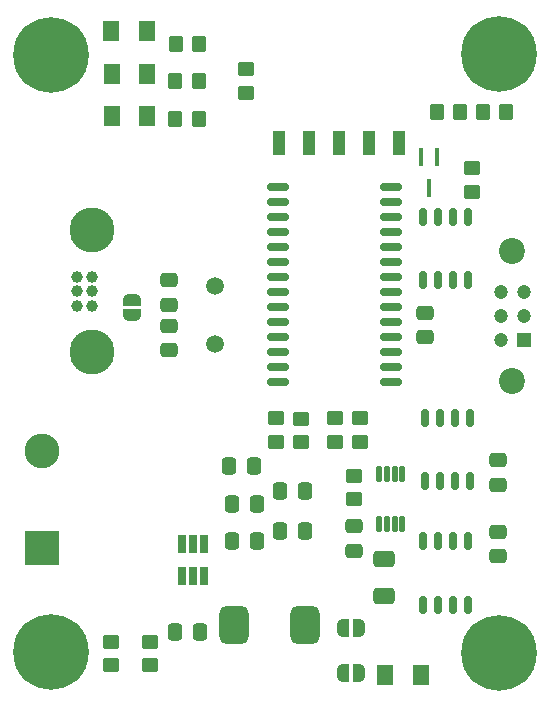
<source format=gbr>
%TF.GenerationSoftware,KiCad,Pcbnew,7.0.9*%
%TF.CreationDate,2024-03-28T00:14:33-04:00*%
%TF.ProjectId,charging_on_the_pad,63686172-6769-46e6-975f-6f6e5f746865,rev?*%
%TF.SameCoordinates,Original*%
%TF.FileFunction,Soldermask,Top*%
%TF.FilePolarity,Negative*%
%FSLAX46Y46*%
G04 Gerber Fmt 4.6, Leading zero omitted, Abs format (unit mm)*
G04 Created by KiCad (PCBNEW 7.0.9) date 2024-03-28 00:14:33*
%MOMM*%
%LPD*%
G01*
G04 APERTURE LIST*
G04 Aperture macros list*
%AMRoundRect*
0 Rectangle with rounded corners*
0 $1 Rounding radius*
0 $2 $3 $4 $5 $6 $7 $8 $9 X,Y pos of 4 corners*
0 Add a 4 corners polygon primitive as box body*
4,1,4,$2,$3,$4,$5,$6,$7,$8,$9,$2,$3,0*
0 Add four circle primitives for the rounded corners*
1,1,$1+$1,$2,$3*
1,1,$1+$1,$4,$5*
1,1,$1+$1,$6,$7*
1,1,$1+$1,$8,$9*
0 Add four rect primitives between the rounded corners*
20,1,$1+$1,$2,$3,$4,$5,0*
20,1,$1+$1,$4,$5,$6,$7,0*
20,1,$1+$1,$6,$7,$8,$9,0*
20,1,$1+$1,$8,$9,$2,$3,0*%
%AMFreePoly0*
4,1,19,0.500000,-0.750000,0.000000,-0.750000,0.000000,-0.744911,-0.071157,-0.744911,-0.207708,-0.704816,-0.327430,-0.627875,-0.420627,-0.520320,-0.479746,-0.390866,-0.500000,-0.250000,-0.500000,0.250000,-0.479746,0.390866,-0.420627,0.520320,-0.327430,0.627875,-0.207708,0.704816,-0.071157,0.744911,0.000000,0.744911,0.000000,0.750000,0.500000,0.750000,0.500000,-0.750000,0.500000,-0.750000,
$1*%
%AMFreePoly1*
4,1,19,0.000000,0.744911,0.071157,0.744911,0.207708,0.704816,0.327430,0.627875,0.420627,0.520320,0.479746,0.390866,0.500000,0.250000,0.500000,-0.250000,0.479746,-0.390866,0.420627,-0.520320,0.327430,-0.627875,0.207708,-0.704816,0.071157,-0.744911,0.000000,-0.744911,0.000000,-0.750000,-0.500000,-0.750000,-0.500000,0.750000,0.000000,0.750000,0.000000,0.744911,0.000000,0.744911,
$1*%
G04 Aperture macros list end*
%ADD10C,3.800000*%
%ADD11C,1.000000*%
%ADD12RoundRect,0.250001X0.462499X0.624999X-0.462499X0.624999X-0.462499X-0.624999X0.462499X-0.624999X0*%
%ADD13RoundRect,0.250000X-0.337500X-0.475000X0.337500X-0.475000X0.337500X0.475000X-0.337500X0.475000X0*%
%ADD14RoundRect,0.102000X1.371600X-1.371600X1.371600X1.371600X-1.371600X1.371600X-1.371600X-1.371600X0*%
%ADD15C,2.947200*%
%ADD16RoundRect,0.250000X-0.450000X0.350000X-0.450000X-0.350000X0.450000X-0.350000X0.450000X0.350000X0*%
%ADD17RoundRect,0.250000X0.337500X0.475000X-0.337500X0.475000X-0.337500X-0.475000X0.337500X-0.475000X0*%
%ADD18RoundRect,0.250000X-0.350000X-0.450000X0.350000X-0.450000X0.350000X0.450000X-0.350000X0.450000X0*%
%ADD19RoundRect,0.250000X0.450000X-0.350000X0.450000X0.350000X-0.450000X0.350000X-0.450000X-0.350000X0*%
%ADD20R,0.650000X1.560000*%
%ADD21RoundRect,0.150000X-0.150000X0.600000X-0.150000X-0.600000X0.150000X-0.600000X0.150000X0.600000X0*%
%ADD22RoundRect,0.625000X-0.625000X-1.000000X0.625000X-1.000000X0.625000X1.000000X-0.625000X1.000000X0*%
%ADD23FreePoly0,270.000000*%
%ADD24FreePoly1,270.000000*%
%ADD25C,1.500000*%
%ADD26C,2.200000*%
%ADD27R,1.200000X1.200000*%
%ADD28C,1.200000*%
%ADD29FreePoly0,180.000000*%
%ADD30FreePoly1,180.000000*%
%ADD31C,6.400000*%
%ADD32RoundRect,0.250000X0.475000X-0.337500X0.475000X0.337500X-0.475000X0.337500X-0.475000X-0.337500X0*%
%ADD33RoundRect,0.250000X-0.475000X0.337500X-0.475000X-0.337500X0.475000X-0.337500X0.475000X0.337500X0*%
%ADD34RoundRect,0.250000X0.350000X0.450000X-0.350000X0.450000X-0.350000X-0.450000X0.350000X-0.450000X0*%
%ADD35R,1.000000X2.000000*%
%ADD36RoundRect,0.112500X-0.112500X0.587500X-0.112500X-0.587500X0.112500X-0.587500X0.112500X0.587500X0*%
%ADD37RoundRect,0.150000X-0.750000X-0.150000X0.750000X-0.150000X0.750000X0.150000X-0.750000X0.150000X0*%
%ADD38R,0.450000X1.500000*%
%ADD39RoundRect,0.250000X-0.650000X0.412500X-0.650000X-0.412500X0.650000X-0.412500X0.650000X0.412500X0*%
G04 APERTURE END LIST*
D10*
%TO.C,J1*%
X137820400Y-94373400D03*
X137820400Y-104673400D03*
D11*
X137820400Y-100773400D03*
X137820400Y-99523400D03*
X137820400Y-98273400D03*
X136570400Y-100773400D03*
X136570400Y-99523400D03*
X136570400Y-98273400D03*
%TD*%
D12*
%TO.C,D1*%
X142457500Y-84667600D03*
X139482500Y-84667600D03*
%TD*%
%TO.C,D2*%
X142482900Y-81086200D03*
X139507900Y-81086200D03*
%TD*%
D13*
%TO.C,C17*%
X149711500Y-117500400D03*
X151786500Y-117500400D03*
%TD*%
D14*
%TO.C,J3*%
X133604000Y-121259600D03*
D15*
X133604000Y-113004600D03*
%TD*%
D16*
%TO.C,R8*%
X150876000Y-80711800D03*
X150876000Y-82711800D03*
%TD*%
D17*
%TO.C,C28*%
X155850500Y-116433600D03*
X153775500Y-116433600D03*
%TD*%
D18*
%TO.C,R7*%
X144923000Y-78597000D03*
X146923000Y-78597000D03*
%TD*%
D19*
%TO.C,R1*%
X153365200Y-112261400D03*
X153365200Y-110261400D03*
%TD*%
D20*
%TO.C,U4*%
X145404800Y-123651000D03*
X146354800Y-123651000D03*
X147304800Y-123651000D03*
X147304800Y-120951000D03*
X146354800Y-120951000D03*
X145404800Y-120951000D03*
%TD*%
D17*
%TO.C,C26*%
X155829000Y-119811800D03*
X153754000Y-119811800D03*
%TD*%
D19*
%TO.C,R4*%
X160528000Y-112286800D03*
X160528000Y-110286800D03*
%TD*%
D21*
%TO.C,Q4*%
X169799000Y-110259800D03*
X168529000Y-110259800D03*
X167259000Y-110259800D03*
X165989000Y-110259800D03*
X169799000Y-115620800D03*
X168529000Y-115620800D03*
X167259000Y-115620800D03*
X165989000Y-115620800D03*
%TD*%
D12*
%TO.C,D3*%
X142446400Y-77454000D03*
X139471400Y-77454000D03*
%TD*%
D22*
%TO.C,L2*%
X149882600Y-127736600D03*
X155882600Y-127736600D03*
%TD*%
D21*
%TO.C,Q6*%
X169691000Y-93212000D03*
X168421000Y-93212000D03*
X167151000Y-93212000D03*
X165881000Y-93212000D03*
X169691000Y-98573000D03*
X168421000Y-98573000D03*
X167151000Y-98573000D03*
X165881000Y-98573000D03*
%TD*%
D23*
%TO.C,VCCIN1*%
X141173200Y-100264200D03*
D24*
X141173200Y-101564200D03*
%TD*%
D13*
%TO.C,C21*%
X149432100Y-114300000D03*
X151507100Y-114300000D03*
%TD*%
D18*
%TO.C,R6*%
X144872200Y-81746600D03*
X146872200Y-81746600D03*
%TD*%
D17*
%TO.C,C24*%
X146935100Y-128397000D03*
X144860100Y-128397000D03*
%TD*%
D25*
%TO.C,Y1*%
X148234400Y-103973800D03*
X148234400Y-99093800D03*
%TD*%
D26*
%TO.C,J4*%
X173415200Y-107106600D03*
X173415200Y-96106600D03*
D27*
X174415200Y-103606600D03*
D28*
X174415200Y-101606600D03*
X174415200Y-99606600D03*
X172415200Y-103606600D03*
X172415200Y-101606600D03*
X172415200Y-99606600D03*
%TD*%
D29*
%TO.C,5VSW1*%
X160405600Y-131876800D03*
D30*
X159105600Y-131876800D03*
%TD*%
D31*
%TO.C,H3*%
X134352117Y-79506364D03*
%TD*%
D32*
%TO.C,C1*%
X144386300Y-100681700D03*
X144386300Y-98606700D03*
%TD*%
D19*
%TO.C,R2*%
X155549600Y-112302800D03*
X155549600Y-110302800D03*
%TD*%
D33*
%TO.C,C3*%
X165989000Y-101349900D03*
X165989000Y-103424900D03*
%TD*%
D31*
%TO.C,H1*%
X172258924Y-130175000D03*
%TD*%
D32*
%TO.C,C23*%
X159994600Y-121509700D03*
X159994600Y-119434700D03*
%TD*%
D33*
%TO.C,C2*%
X144386300Y-102442100D03*
X144386300Y-104517100D03*
%TD*%
D12*
%TO.C,F2*%
X165647700Y-132003800D03*
X162672700Y-132003800D03*
%TD*%
D18*
%TO.C,R5*%
X144846800Y-84896200D03*
X146846800Y-84896200D03*
%TD*%
D34*
%TO.C,R26*%
X168995600Y-84302600D03*
X166995600Y-84302600D03*
%TD*%
D16*
%TO.C,R20*%
X139420600Y-129175000D03*
X139420600Y-131175000D03*
%TD*%
D19*
%TO.C,R19*%
X142748000Y-131175000D03*
X142748000Y-129175000D03*
%TD*%
%TO.C,R18*%
X160020000Y-117128800D03*
X160020000Y-115128800D03*
%TD*%
D35*
%TO.C,J2*%
X153619200Y-86937300D03*
X156159200Y-86937300D03*
X158699200Y-86937300D03*
X161239200Y-86937300D03*
X163779200Y-86937300D03*
%TD*%
D36*
%TO.C,U6*%
X164105000Y-114991500D03*
X163455000Y-114991500D03*
X162805000Y-114991500D03*
X162155000Y-114991500D03*
X162155000Y-119216500D03*
X162805000Y-119216500D03*
X163455000Y-119216500D03*
X164105000Y-119216500D03*
%TD*%
D31*
%TO.C,H4*%
X172262170Y-79437569D03*
%TD*%
D32*
%TO.C,C29*%
X172197800Y-115916400D03*
X172197800Y-113841400D03*
%TD*%
D19*
%TO.C,R3*%
X158369000Y-112286800D03*
X158369000Y-110286800D03*
%TD*%
D33*
%TO.C,C30*%
X172197800Y-119878800D03*
X172197800Y-121953800D03*
%TD*%
D29*
%TO.C,5VO1*%
X160405600Y-127990600D03*
D30*
X159105600Y-127990600D03*
%TD*%
D21*
%TO.C,Q3*%
X169646600Y-120694800D03*
X168376600Y-120694800D03*
X167106600Y-120694800D03*
X165836600Y-120694800D03*
X169646600Y-126055800D03*
X168376600Y-126055800D03*
X167106600Y-126055800D03*
X165836600Y-126055800D03*
%TD*%
D37*
%TO.C,U1*%
X153569000Y-90728800D03*
X153569000Y-91998800D03*
X153569000Y-93268800D03*
X153569000Y-94538800D03*
X153569000Y-95808800D03*
X153569000Y-97078800D03*
X153569000Y-98348800D03*
X153569000Y-99618800D03*
X153569000Y-100888800D03*
X153569000Y-102158800D03*
X153569000Y-103428800D03*
X153569000Y-104698800D03*
X153569000Y-105968800D03*
X153569000Y-107238800D03*
X163169000Y-107238800D03*
X163169000Y-105968800D03*
X163169000Y-104698800D03*
X163169000Y-103428800D03*
X163169000Y-102158800D03*
X163169000Y-100888800D03*
X163169000Y-99618800D03*
X163169000Y-98348800D03*
X163169000Y-97078800D03*
X163169000Y-95808800D03*
X163169000Y-94538800D03*
X163169000Y-93268800D03*
X163169000Y-91998800D03*
X163169000Y-90728800D03*
%TD*%
D38*
%TO.C,Q5*%
X167003800Y-88155000D03*
X165703800Y-88155000D03*
X166353800Y-90815000D03*
%TD*%
D34*
%TO.C,R25*%
X172907200Y-84302600D03*
X170907200Y-84302600D03*
%TD*%
D16*
%TO.C,R27*%
X169994200Y-89081200D03*
X169994200Y-91081200D03*
%TD*%
D13*
%TO.C,C19*%
X149711500Y-120700800D03*
X151786500Y-120700800D03*
%TD*%
D39*
%TO.C,R17*%
X162509200Y-122211700D03*
X162509200Y-125336700D03*
%TD*%
D31*
%TO.C,H2*%
X134344427Y-130073035D03*
%TD*%
M02*

</source>
